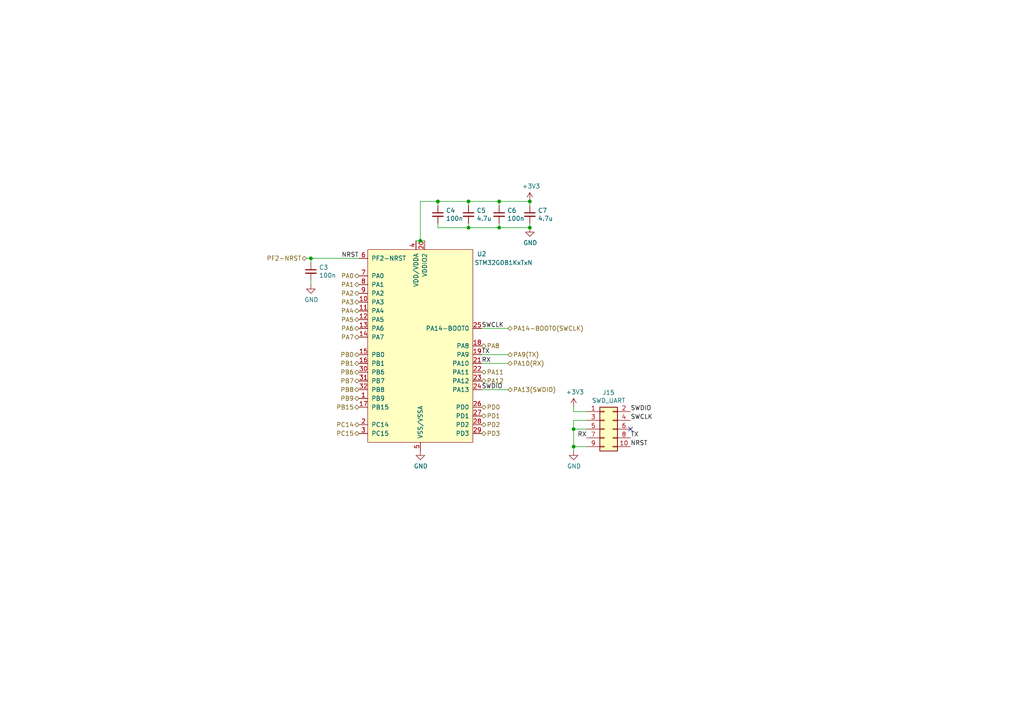
<source format=kicad_sch>
(kicad_sch (version 20211123) (generator eeschema)
  (paper "A4")
  (lib_symbols
    (symbol "Connector_Generic:Conn_02x05_Odd_Even" (pin_names (offset 1.016) hide)
      (property "Reference" "J" (at 1.27 7.62 0))
      (property "Value" "Conn_02x05_Odd_Even" (at 1.27 -7.62 0))
      (symbol "Conn_02x05_Odd_Even_1_1"
        (rectangle (start -1.27 -4.953) (end 0 -5.207) (stroke (width 0.1524)))
        (rectangle (start -1.27 -2.413) (end 0 -2.667) (stroke (width 0.1524)))
        (rectangle (start -1.27 0.127) (end 0 -0.127) (stroke (width 0.1524)))
        (rectangle (start -1.27 2.667) (end 0 2.413) (stroke (width 0.1524)))
        (rectangle (start -1.27 5.207) (end 0 4.953) (stroke (width 0.1524)))
        (rectangle (start -1.27 6.35) (end 3.81 -6.35) (stroke (width 0.254)) (fill (type background)))
        (rectangle (start 3.81 -4.953) (end 2.54 -5.207) (stroke (width 0.1524)))
        (rectangle (start 3.81 -2.413) (end 2.54 -2.667) (stroke (width 0.1524)))
        (rectangle (start 3.81 0.127) (end 2.54 -0.127) (stroke (width 0.1524)))
        (rectangle (start 3.81 2.667) (end 2.54 2.413) (stroke (width 0.1524)))
        (rectangle (start 3.81 5.207) (end 2.54 4.953) (stroke (width 0.1524)))
        (pin passive line (at -5.08 5.08 0) (length 3.81) (name "Pin_1") (number "1"))
        (pin passive line (at 7.62 -5.08 180) (length 3.81) (name "Pin_10") (number "10"))
        (pin passive line (at 7.62 5.08 180) (length 3.81) (name "Pin_2") (number "2"))
        (pin passive line (at -5.08 2.54 0) (length 3.81) (name "Pin_3") (number "3"))
        (pin passive line (at 7.62 2.54 180) (length 3.81) (name "Pin_4") (number "4"))
        (pin passive line (at -5.08 0 0) (length 3.81) (name "Pin_5") (number "5"))
        (pin passive line (at 7.62 0 180) (length 3.81) (name "Pin_6") (number "6"))
        (pin passive line (at -5.08 -2.54 0) (length 3.81) (name "Pin_7") (number "7"))
        (pin passive line (at 7.62 -2.54 180) (length 3.81) (name "Pin_8") (number "8"))
        (pin passive line (at -5.08 -5.08 0) (length 3.81) (name "Pin_9") (number "9"))
      )
    )
    (symbol "Device:C_Small" (pin_numbers hide) (pin_names (offset 0.254) hide)
      (property "Reference" "C" (at 0.254 1.778 0))
      (property "Value" "C_Small" (at 0.254 -2.032 0))
      (symbol "C_Small_0_1"
        (polyline (pts (xy -1.524 -0.508) (xy 1.524 -0.508)) (stroke (width 0.3302)))
        (polyline (pts (xy -1.524 0.508) (xy 1.524 0.508)) (stroke (width 0.3048)))
      )
      (symbol "C_Small_1_1"
        (pin passive line (at 0 2.54 270) (length 2.032) (name "~") (number "1"))
        (pin passive line (at 0 -2.54 90) (length 2.032) (name "~") (number "2"))
      )
    )
    (symbol "extraparts:STM32G0B1KxTxN" (pin_names (offset 1.016))
      (property "Reference" "U" (at -13.97 29.21 0))
      (property "Value" "STM32G0B1KxTxN" (at 11.43 29.21 0))
      (symbol "STM32G0B1KxTxN_0_1"
        (rectangle (start -15.24 27.94) (end 15.24 -27.94) (fill (type background)))
      )
      (symbol "STM32G0B1KxTxN_1_1"
        (pin bidirectional line (at -17.78 -15.24 0) (length 2.54) (name "PB9") (number "1"))
        (pin bidirectional line (at -17.78 12.7 0) (length 2.54) (name "PA3") (number "10"))
        (pin bidirectional line (at -17.78 10.16 0) (length 2.54) (name "PA4") (number "11"))
        (pin bidirectional line (at -17.78 7.62 0) (length 2.54) (name "PA5") (number "12"))
        (pin bidirectional line (at -17.78 5.08 0) (length 2.54) (name "PA6") (number "13"))
        (pin bidirectional line (at -17.78 2.54 0) (length 2.54) (name "PA7") (number "14"))
        (pin bidirectional line (at -17.78 -2.54 0) (length 2.54) (name "PB0") (number "15"))
        (pin bidirectional line (at -17.78 -5.08 0) (length 2.54) (name "PB1") (number "16"))
        (pin bidirectional line (at -17.78 -17.78 0) (length 2.54) (name "PB15") (number "17"))
        (pin bidirectional line (at 17.78 0 180) (length 2.54) (name "PA8") (number "18"))
        (pin bidirectional line (at 17.78 -2.54 180) (length 2.54) (name "PA9") (number "19"))
        (pin bidirectional line (at -17.78 -22.86 0) (length 2.54) (name "PC14") (number "2"))
        (pin power_in line (at 1.27 30.48 270) (length 2.54) (name "VDDIO2") (number "20"))
        (pin bidirectional line (at 17.78 -5.08 180) (length 2.54) (name "PA10") (number "21"))
        (pin bidirectional line (at 17.78 -7.62 180) (length 2.54) (name "PA11") (number "22"))
        (pin bidirectional line (at 17.78 -10.16 180) (length 2.54) (name "PA12") (number "23"))
        (pin bidirectional line (at 17.78 -12.7 180) (length 2.54) (name "PA13") (number "24"))
        (pin bidirectional line (at 17.78 5.08 180) (length 2.54) (name "PA14-BOOT0") (number "25"))
        (pin bidirectional line (at 17.78 -17.78 180) (length 2.54) (name "PD0") (number "26"))
        (pin bidirectional line (at 17.78 -20.32 180) (length 2.54) (name "PD1") (number "27"))
        (pin bidirectional line (at 17.78 -22.86 180) (length 2.54) (name "PD2") (number "28"))
        (pin bidirectional line (at 17.78 -25.4 180) (length 2.54) (name "PD3") (number "29"))
        (pin bidirectional line (at -17.78 -25.4 0) (length 2.54) (name "PC15") (number "3"))
        (pin bidirectional line (at -17.78 -7.62 0) (length 2.54) (name "PB6") (number "30"))
        (pin bidirectional line (at -17.78 -10.16 0) (length 2.54) (name "PB7") (number "31"))
        (pin bidirectional line (at -17.78 -12.7 0) (length 2.54) (name "PB8") (number "32"))
        (pin power_in line (at -1.27 30.48 270) (length 2.54) (name "VDD/VDDA") (number "4"))
        (pin power_in line (at 0 -30.48 90) (length 2.54) (name "VSS/VSSA") (number "5"))
        (pin bidirectional line (at -17.78 25.4 0) (length 2.54) (name "PF2-NRST") (number "6"))
        (pin bidirectional line (at -17.78 20.32 0) (length 2.54) (name "PA0") (number "7"))
        (pin bidirectional line (at -17.78 17.78 0) (length 2.54) (name "PA1") (number "8"))
        (pin bidirectional line (at -17.78 15.24 0) (length 2.54) (name "PA2") (number "9"))
      )
    )
    (symbol "power:+3V3" (power) (pin_names (offset 0))
      (property "Value" "+3V3" (at 0 3.556 0))
      (symbol "+3V3_0_1"
        (polyline (pts (xy -0.762 1.27) (xy 0 2.54)))
        (polyline (pts (xy 0 0) (xy 0 2.54)))
        (polyline (pts (xy 0 2.54) (xy 0.762 1.27)))
      )
      (symbol "+3V3_1_1"
        (pin power_in line (at 0 0 90) (length 0) hide (name "+3V3") (number "1"))
      )
    )
    (symbol "power:GND" (power) (pin_names (offset 0))
      (property "Value" "GND" (at 0 -3.81 0))
      (symbol "GND_0_1"
        (polyline (pts (xy 0 0) (xy 0 -1.27) (xy 1.27 -1.27) (xy 0 -2.54) (xy -1.27 -1.27) (xy 0 -1.27)))
      )
      (symbol "GND_1_1"
        (pin power_in line (at 0 0 270) (length 0) hide (name "GND") (number "1"))
      )
    )
  )
  (junction (at 135.89 66.04))
  (junction (at 166.37 129.54))
  (junction (at 166.37 124.46))
  (junction (at 144.78 58.42))
  (junction (at 121.92 69.85))
  (junction (at 153.67 66.04))
  (junction (at 153.67 58.42))
  (junction (at 127 58.42))
  (junction (at 90.17 74.93))
  (junction (at 144.78 66.04))
  (junction (at 135.89 58.42))
  (no_connect (at 182.88 124.46))
  (wire (pts (xy 144.78 64.77) (xy 144.78 66.04)))
  (wire (pts (xy 147.32 95.25) (xy 139.7 95.25)))
  (wire (pts (xy 135.89 66.04) (xy 127 66.04)))
  (wire (pts (xy 153.67 59.69) (xy 153.67 58.42)))
  (wire (pts (xy 127 59.69) (xy 127 58.42)))
  (wire (pts (xy 166.37 118.11) (xy 166.37 119.38)))
  (wire (pts (xy 90.17 74.93) (xy 104.14 74.93)))
  (wire (pts (xy 170.18 121.92) (xy 166.37 121.92)))
  (wire (pts (xy 170.18 124.46) (xy 166.37 124.46)))
  (wire (pts (xy 127 66.04) (xy 127 64.77)))
  (wire (pts (xy 90.17 74.93) (xy 90.17 76.2)))
  (wire (pts (xy 147.32 113.03) (xy 139.7 113.03)))
  (wire (pts (xy 166.37 121.92) (xy 166.37 124.46)))
  (wire (pts (xy 166.37 129.54) (xy 166.37 130.81)))
  (wire (pts (xy 153.67 66.04) (xy 153.67 64.77)))
  (wire (pts (xy 144.78 58.42) (xy 153.67 58.42)))
  (wire (pts (xy 166.37 124.46) (xy 166.37 129.54)))
  (wire (pts (xy 147.32 105.41) (xy 139.7 105.41)))
  (wire (pts (xy 127 58.42) (xy 135.89 58.42)))
  (wire (pts (xy 121.92 69.85) (xy 123.19 69.85)))
  (wire (pts (xy 147.32 102.87) (xy 139.7 102.87)))
  (wire (pts (xy 90.17 82.55) (xy 90.17 81.28)))
  (wire (pts (xy 170.18 129.54) (xy 166.37 129.54)))
  (wire (pts (xy 135.89 58.42) (xy 144.78 58.42)))
  (wire (pts (xy 144.78 59.69) (xy 144.78 58.42)))
  (wire (pts (xy 153.67 66.04) (xy 144.78 66.04)))
  (wire (pts (xy 135.89 59.69) (xy 135.89 58.42)))
  (wire (pts (xy 166.37 119.38) (xy 170.18 119.38)))
  (wire (pts (xy 121.92 58.42) (xy 127 58.42)))
  (wire (pts (xy 120.65 69.85) (xy 121.92 69.85)))
  (wire (pts (xy 88.9 74.93) (xy 90.17 74.93)))
  (wire (pts (xy 144.78 66.04) (xy 135.89 66.04)))
  (wire (pts (xy 135.89 64.77) (xy 135.89 66.04)))
  (wire (pts (xy 121.92 69.85) (xy 121.92 58.42)))
  (label "RX" (at 170.18 127 180))
  (label "SWCLK" (at 139.7 95.25 0))
  (label "TX" (at 139.7 102.87 0))
  (label "TX" (at 182.88 127 0))
  (label "NRST" (at 182.88 129.54 0))
  (label "NRST" (at 99.06 74.93 0))
  (label "SWDIO" (at 139.7 113.03 0))
  (label "RX" (at 139.7 105.41 0))
  (label "SWDIO" (at 182.88 119.38 0))
  (label "SWCLK" (at 182.88 121.92 0))
  (hierarchical_label "PD0" (shape bidirectional) (at 139.7 118.11 0))
  (hierarchical_label "PB9" (shape bidirectional) (at 104.14 115.57 180))
  (hierarchical_label "PA12" (shape bidirectional) (at 139.7 110.49 0))
  (hierarchical_label "PA13(SWDIO)" (shape bidirectional) (at 147.32 113.03 0))
  (hierarchical_label "PA8" (shape bidirectional) (at 139.7 100.33 0))
  (hierarchical_label "PA14-BOOT0(SWCLK)" (shape bidirectional) (at 147.32 95.25 0))
  (hierarchical_label "PC15" (shape bidirectional) (at 104.14 125.73 180))
  (hierarchical_label "PF2-NRST" (shape bidirectional) (at 88.9 74.93 180))
  (hierarchical_label "PD2" (shape bidirectional) (at 139.7 123.19 0))
  (hierarchical_label "PB7" (shape bidirectional) (at 104.14 110.49 180))
  (hierarchical_label "PB0" (shape bidirectional) (at 104.14 102.87 180))
  (hierarchical_label "PD1" (shape bidirectional) (at 139.7 120.65 0))
  (hierarchical_label "PB15" (shape bidirectional) (at 104.14 118.11 180))
  (hierarchical_label "PA3" (shape bidirectional) (at 104.14 87.63 180))
  (hierarchical_label "PA10(RX)" (shape bidirectional) (at 147.32 105.41 0))
  (hierarchical_label "PA0" (shape bidirectional) (at 104.14 80.01 180))
  (hierarchical_label "PA11" (shape bidirectional) (at 139.7 107.95 0))
  (hierarchical_label "PB8" (shape bidirectional) (at 104.14 113.03 180))
  (hierarchical_label "PA7" (shape bidirectional) (at 104.14 97.79 180))
  (hierarchical_label "PA5" (shape bidirectional) (at 104.14 92.71 180))
  (hierarchical_label "PB6" (shape bidirectional) (at 104.14 107.95 180))
  (hierarchical_label "PB1" (shape bidirectional) (at 104.14 105.41 180))
  (hierarchical_label "PC14" (shape bidirectional) (at 104.14 123.19 180))
  (hierarchical_label "PD3" (shape bidirectional) (at 139.7 125.73 0))
  (hierarchical_label "PA2" (shape bidirectional) (at 104.14 85.09 180))
  (hierarchical_label "PA1" (shape bidirectional) (at 104.14 82.55 180))
  (hierarchical_label "PA9(TX)" (shape bidirectional) (at 147.32 102.87 0))
  (hierarchical_label "PA6" (shape bidirectional) (at 104.14 95.25 180))
  (hierarchical_label "PA4" (shape bidirectional) (at 104.14 90.17 180))
  (symbol (lib_id "power:GND") (at 90.17 82.55 0) (unit 1)
    (property "Reference" "#PWR033" (effects hide))
    (property "Value" "GND" (at 90.297 86.9442 0))
  )
  (symbol (lib_id "Device:C_Small") (at 127 62.23 0) (unit 1)
    (property "Reference" "C4" (at 129.3368 61.0616 0) (effects (justify left)))
    (property "Value" "100n" (at 129.3368 63.373 0) (effects (justify left)))
    (property "Footprint" "Capacitor_SMD:C_0603_1608Metric" (effects hide))
  )
  (symbol (lib_id "power:GND") (at 153.67 66.04 0) (unit 1)
    (property "Reference" "#PWR036" (effects hide))
    (property "Value" "GND" (at 153.797 70.4342 0))
  )
  (symbol (lib_id "power:+3V3") (at 166.37 118.11 0) (unit 1)
    (property "Reference" "#PWR037" (effects hide))
    (property "Value" "+3V3" (at 166.751 113.7158 0))
  )
  (symbol (lib_id "power:GND") (at 166.37 130.81 0) (unit 1)
    (property "Reference" "#PWR038" (effects hide))
    (property "Value" "GND" (at 166.497 135.2042 0))
  )
  (symbol (lib_id "extraparts:STM32G0B1KxTxN") (at 121.92 100.33 0) (unit 1)
    (property "Reference" "U2" (at 139.7 73.66 0))
    (property "Value" "STM32G0B1KxTxN" (at 146.05 76.2 0))
    (property "Footprint" "Package_QFP:LQFP-32_7x7mm_P0.8mm" (effects hide))
  )
  (symbol (lib_id "Device:C_Small") (at 153.67 62.23 0) (unit 1)
    (property "Reference" "C7" (at 156.0068 61.0616 0) (effects (justify left)))
    (property "Value" "4.7u" (at 156.0068 63.373 0) (effects (justify left)))
    (property "Footprint" "Capacitor_SMD:C_0603_1608Metric" (effects hide))
  )
  (symbol (lib_id "Device:C_Small") (at 135.89 62.23 0) (unit 1)
    (property "Reference" "C5" (at 138.2268 61.0616 0) (effects (justify left)))
    (property "Value" "4.7u" (at 138.2268 63.373 0) (effects (justify left)))
    (property "Footprint" "Capacitor_SMD:C_0603_1608Metric" (effects hide))
  )
  (symbol (lib_id "Connector_Generic:Conn_02x05_Odd_Even") (at 175.26 124.46 0) (unit 1)
    (property "Reference" "J15" (at 176.53 113.8682 0))
    (property "Value" "SWD_UART" (at 176.53 116.1796 0))
    (property "Footprint" "Connector_PinHeader_1.27mm:PinHeader_2x05_P1.27mm_Vertical_SMD" (effects hide))
  )
  (symbol (lib_id "power:GND") (at 121.92 130.81 0) (unit 1)
    (property "Reference" "#PWR034" (effects hide))
    (property "Value" "GND" (at 122.047 135.2042 0))
  )
  (symbol (lib_id "Device:C_Small") (at 90.17 78.74 0) (unit 1)
    (property "Reference" "C3" (at 92.5068 77.5716 0) (effects (justify left)))
    (property "Value" "100n" (at 92.5068 79.883 0) (effects (justify left)))
    (property "Footprint" "Capacitor_SMD:C_0603_1608Metric" (effects hide))
  )
  (symbol (lib_id "Device:C_Small") (at 144.78 62.23 0) (unit 1)
    (property "Reference" "C6" (at 147.1168 61.0616 0) (effects (justify left)))
    (property "Value" "100n" (at 147.1168 63.373 0) (effects (justify left)))
    (property "Footprint" "Capacitor_SMD:C_0603_1608Metric" (effects hide))
  )
  (symbol (lib_id "power:+3V3") (at 153.67 58.42 0) (unit 1)
    (property "Reference" "#PWR035" (effects hide))
    (property "Value" "+3V3" (at 154.051 54.0258 0))
  )
)
</source>
